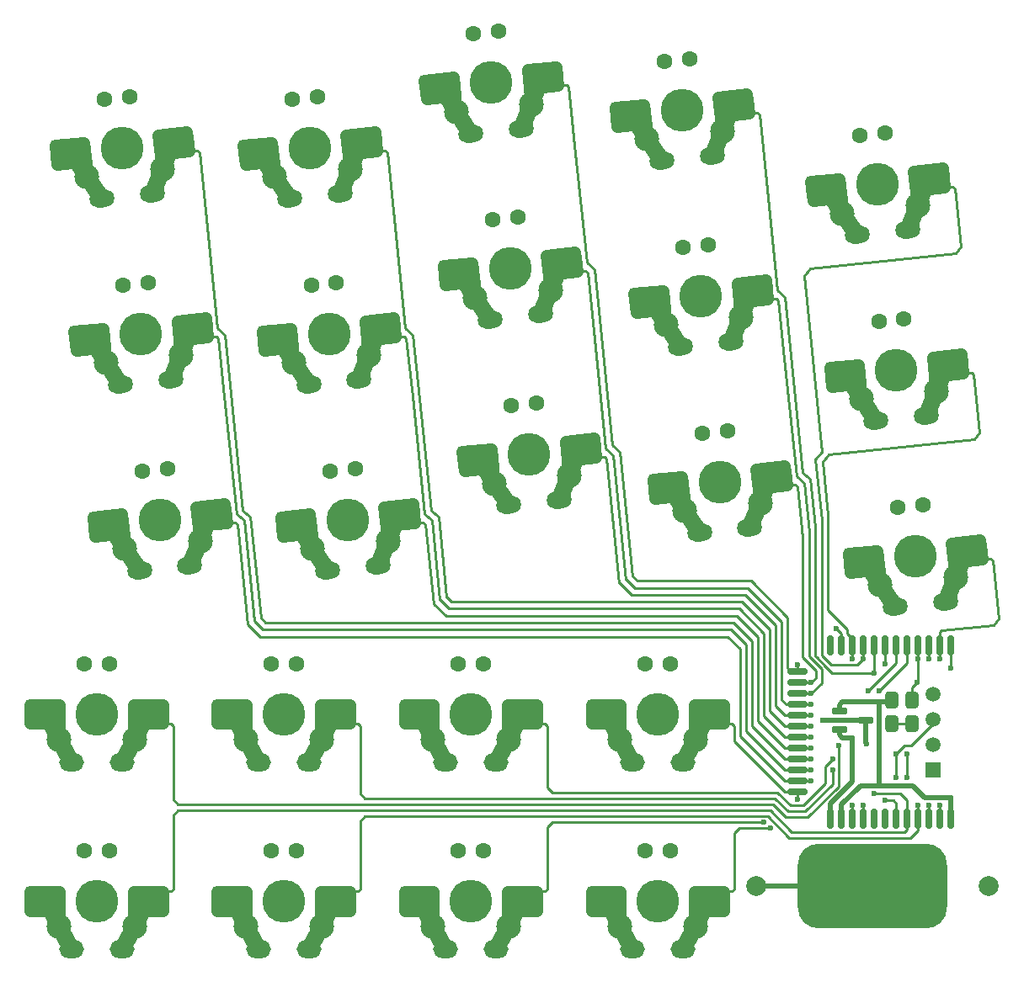
<source format=gbl>
%FSAX24Y24*%
%MOIN*%
G70*
G01*
G75*
G04 Layer_Physical_Order=2*
G04 Layer_Color=16711680*
G04:AMPARAMS|DCode=10|XSize=590.6mil|YSize=334.6mil|CornerRadius=83.7mil|HoleSize=0mil|Usage=FLASHONLY|Rotation=0.000|XOffset=0mil|YOffset=0mil|HoleType=Round|Shape=RoundedRectangle|*
%AMROUNDEDRECTD10*
21,1,0.5906,0.1673,0,0,0.0*
21,1,0.4232,0.3346,0,0,0.0*
1,1,0.1673,0.2116,-0.0837*
1,1,0.1673,-0.2116,-0.0837*
1,1,0.1673,-0.2116,0.0837*
1,1,0.1673,0.2116,0.0837*
%
%ADD10ROUNDEDRECTD10*%
G04:AMPARAMS|DCode=11|XSize=53.2mil|YSize=66.9mil|CornerRadius=13.3mil|HoleSize=0mil|Usage=FLASHONLY|Rotation=180.000|XOffset=0mil|YOffset=0mil|HoleType=Round|Shape=RoundedRectangle|*
%AMROUNDEDRECTD11*
21,1,0.0532,0.0404,0,0,180.0*
21,1,0.0266,0.0669,0,0,180.0*
1,1,0.0266,-0.0133,0.0202*
1,1,0.0266,0.0133,0.0202*
1,1,0.0266,0.0133,-0.0202*
1,1,0.0266,-0.0133,-0.0202*
%
%ADD11ROUNDEDRECTD11*%
G04:AMPARAMS|DCode=12|XSize=25.6mil|YSize=61mil|CornerRadius=6.4mil|HoleSize=0mil|Usage=FLASHONLY|Rotation=270.000|XOffset=0mil|YOffset=0mil|HoleType=Round|Shape=RoundedRectangle|*
%AMROUNDEDRECTD12*
21,1,0.0256,0.0482,0,0,270.0*
21,1,0.0128,0.0610,0,0,270.0*
1,1,0.0128,-0.0241,-0.0064*
1,1,0.0128,-0.0241,0.0064*
1,1,0.0128,0.0241,0.0064*
1,1,0.0128,0.0241,-0.0064*
%
%ADD12ROUNDEDRECTD12*%
G04:AMPARAMS|DCode=13|XSize=27.6mil|YSize=78.7mil|CornerRadius=6.9mil|HoleSize=0mil|Usage=FLASHONLY|Rotation=180.000|XOffset=0mil|YOffset=0mil|HoleType=Round|Shape=RoundedRectangle|*
%AMROUNDEDRECTD13*
21,1,0.0276,0.0650,0,0,180.0*
21,1,0.0138,0.0787,0,0,180.0*
1,1,0.0138,-0.0069,0.0325*
1,1,0.0138,0.0069,0.0325*
1,1,0.0138,0.0069,-0.0325*
1,1,0.0138,-0.0069,-0.0325*
%
%ADD13ROUNDEDRECTD13*%
G04:AMPARAMS|DCode=14|XSize=27.6mil|YSize=78.7mil|CornerRadius=6.9mil|HoleSize=0mil|Usage=FLASHONLY|Rotation=270.000|XOffset=0mil|YOffset=0mil|HoleType=Round|Shape=RoundedRectangle|*
%AMROUNDEDRECTD14*
21,1,0.0276,0.0650,0,0,270.0*
21,1,0.0138,0.0787,0,0,270.0*
1,1,0.0138,-0.0325,-0.0069*
1,1,0.0138,-0.0325,0.0069*
1,1,0.0138,0.0325,0.0069*
1,1,0.0138,0.0325,-0.0069*
%
%ADD14ROUNDEDRECTD14*%
%ADD15C,0.0100*%
%ADD16C,0.0197*%
%ADD17C,0.0098*%
%ADD18C,0.0669*%
%ADD19C,0.0433*%
%ADD20C,0.0787*%
%ADD21R,0.0591X0.0591*%
%ADD22C,0.0591*%
%ADD23C,0.0630*%
%ADD24C,0.0394*%
%ADD25C,0.1693*%
%ADD26C,0.0984*%
G04:AMPARAMS|DCode=27|XSize=98.4mil|YSize=70.9mil|CornerRadius=0mil|HoleSize=0mil|Usage=FLASHONLY|Rotation=5.800|XOffset=0mil|YOffset=0mil|HoleType=Round|Shape=Round|*
%AMOVALD27*
21,1,0.0276,0.0709,0.0000,0.0000,5.8*
1,1,0.0709,-0.0137,-0.0014*
1,1,0.0709,0.0137,0.0014*
%
%ADD27OVALD27*%

%ADD28O,0.0984X0.0709*%
%ADD29C,0.0236*%
D10*
X073425Y043307D02*
D03*
D11*
X075000Y050669D02*
D03*
Y049724D02*
D03*
X074213D02*
D03*
Y050669D02*
D03*
D12*
X072116Y049508D02*
D03*
Y050256D02*
D03*
X073159Y049882D02*
D03*
D13*
X076535Y045984D02*
D03*
X071772D02*
D03*
X075236D02*
D03*
X074803D02*
D03*
X074370D02*
D03*
X073937D02*
D03*
X073504D02*
D03*
X073071D02*
D03*
X072205D02*
D03*
X076102D02*
D03*
X072638D02*
D03*
X075669D02*
D03*
X076102Y052835D02*
D03*
X071772D02*
D03*
X072205D02*
D03*
X072638D02*
D03*
X073071D02*
D03*
X073937D02*
D03*
X074370D02*
D03*
X074803D02*
D03*
X075236D02*
D03*
X075669D02*
D03*
X073504D02*
D03*
X076535D02*
D03*
D14*
X070472Y049193D02*
D03*
Y049626D02*
D03*
Y048327D02*
D03*
Y047028D02*
D03*
Y047461D02*
D03*
Y047894D02*
D03*
Y048760D02*
D03*
Y051358D02*
D03*
Y051791D02*
D03*
Y050492D02*
D03*
Y050925D02*
D03*
Y050059D02*
D03*
D15*
X067953Y043189D02*
Y045394D01*
X067874Y043110D02*
X067953Y043189D01*
X067559Y043110D02*
X067874D01*
X053346Y046063D02*
X069285D01*
X045945Y046299D02*
X069383D01*
X045945Y046535D02*
X069481D01*
X053346Y046772D02*
X069579D01*
X060748Y047008D02*
X069677D01*
X076102Y045984D02*
X076102Y045984D01*
X075669Y045984D02*
X075669Y045984D01*
Y046516D01*
X076102Y045984D02*
Y046516D01*
X073504Y051752D02*
Y052835D01*
X071831Y051752D02*
X073504D01*
X071575Y052008D02*
X071831Y051752D01*
X070689Y046496D02*
X071555Y047362D01*
X069993Y046024D02*
X070866D01*
X072087Y047244D01*
X071850Y047343D02*
Y047913D01*
X070768Y046260D02*
X071850Y047343D01*
X070091Y046260D02*
X070768D01*
X070188Y046496D02*
X070689D01*
X075236Y045984D02*
Y046516D01*
X073071Y045984D02*
Y046516D01*
X072638Y045984D02*
Y046516D01*
X076102Y052303D02*
Y052835D01*
X075669Y052303D02*
Y052835D01*
X075236Y052303D02*
Y052835D01*
X072638Y052303D02*
Y052835D01*
X071791Y052067D02*
X072835D01*
X073071Y052303D01*
X070472Y051358D02*
X071004D01*
X070472Y050925D02*
X071004D01*
X070472Y050492D02*
X071004D01*
X070472Y050059D02*
X071004D01*
X070472Y049626D02*
X071004D01*
X070472Y049193D02*
X071004D01*
X070472Y048760D02*
X071004D01*
X070472Y048327D02*
X071004D01*
X070472Y047894D02*
X071004D01*
X070472Y050492D02*
X071004D01*
X070472Y050059D02*
X071004D01*
X070472Y049626D02*
X071004D01*
X070472Y049193D02*
X071004D01*
X070472Y048760D02*
X071004D01*
X070472Y048327D02*
X071004D01*
X070472Y047894D02*
X071004D01*
X070472Y047461D02*
X071004D01*
X071417Y051339D02*
Y051890D01*
X071004Y050925D02*
X071417Y051339D01*
X070472Y050925D02*
X071004D01*
X070915Y052392D02*
X071417Y051890D01*
X071181Y051535D02*
Y051850D01*
X071004Y051358D02*
X071181Y051535D01*
X070472Y051358D02*
X071004D01*
X070661Y052370D02*
X071181Y051850D01*
X070472Y051791D02*
Y052067D01*
Y046752D02*
Y047028D01*
X070472Y047028D01*
X073071Y052323D02*
Y052835D01*
X071417Y052441D02*
X071791Y052067D01*
X071417Y052441D02*
Y057816D01*
X071170Y052413D02*
X071220Y052362D01*
X071170Y052413D02*
Y057556D01*
X070915Y052392D02*
Y057332D01*
X070661Y052370D02*
Y057109D01*
X071177Y060208D02*
X071420Y057819D01*
X070717Y059287D02*
X070915Y057332D01*
X071220Y052362D02*
X071575Y052008D01*
X076102Y052835D02*
Y053376D01*
X076159Y053433D01*
X067953Y049055D02*
X069980Y047028D01*
X067953Y049055D02*
Y049646D01*
X070217Y051791D02*
X070413D01*
X070079Y051929D02*
X070217Y051791D01*
X070079Y051929D02*
Y053937D01*
X068620Y055395D02*
X070079Y053937D01*
X067707Y053189D02*
X068189Y052707D01*
Y049252D02*
Y052707D01*
X067821Y053465D02*
X068425Y052860D01*
X067936Y053742D02*
X068661Y053016D01*
X068049Y054016D02*
X068898Y053167D01*
Y049843D02*
Y053167D01*
X069134Y050039D02*
Y053323D01*
Y050039D02*
X069980Y049193D01*
X068164Y054293D02*
X069134Y053323D01*
X069372Y050235D02*
Y053475D01*
Y050235D02*
X069980Y049626D01*
X068278Y054569D02*
X069372Y053475D01*
X069606Y050433D02*
Y053628D01*
Y050433D02*
X069980Y050059D01*
X068391Y054843D02*
X069606Y053628D01*
X069843Y050669D02*
Y053783D01*
Y050669D02*
X070020Y050492D01*
X068506Y055120D02*
X069843Y053783D01*
X068898Y049843D02*
X069980Y048760D01*
X068661Y049646D02*
Y053016D01*
Y049646D02*
X069980Y048327D01*
X068425Y049449D02*
Y052860D01*
Y049449D02*
X069980Y047894D01*
X068189Y049252D02*
X069980Y047461D01*
X070472D01*
X069980Y047894D02*
X070472D01*
X069980Y048327D02*
X070472D01*
X069980Y048760D02*
X070472D01*
X069980Y049193D02*
X070472D01*
X069980Y049626D02*
X070472D01*
X069980Y050059D02*
X070472D01*
X070020Y050492D02*
X070472D01*
X069980Y047028D02*
X070472D01*
X069579Y046772D02*
X070091Y046260D01*
X069677Y047008D02*
X070188Y046496D01*
X074803Y045551D02*
Y045984D01*
X074705Y045453D02*
X074803Y045551D01*
X074941Y045217D02*
X075236Y045512D01*
X070132Y045217D02*
X074941D01*
X049193Y053189D02*
X067707D01*
X067559Y049724D02*
X067874D01*
X067953Y049646D01*
X075236Y045512D02*
Y045984D01*
X070230Y045453D02*
X074705D01*
X069481Y046535D02*
X069993Y046024D01*
X069383Y046299D02*
X070230Y045453D01*
X069285Y046063D02*
X070132Y045217D01*
X053150Y043189D02*
Y045866D01*
X053071Y043110D02*
X053150Y043189D01*
X053071Y049724D02*
X053150Y049646D01*
Y046968D02*
Y049646D01*
X053150Y045866D02*
X053346Y046063D01*
X060551Y047205D02*
X060748Y047008D01*
X053150Y046968D02*
X053346Y046772D01*
X045748Y046732D02*
Y047323D01*
Y046732D02*
X045945Y046535D01*
X045748Y046102D02*
X045945Y046299D01*
X045748Y043189D02*
Y046102D01*
X070715Y067482D02*
X071424Y060510D01*
X070962Y067784D02*
X076719Y068369D01*
X070715Y067482D02*
X070962Y067784D01*
X071177Y060208D02*
X071424Y060510D01*
X071463Y060118D02*
X071710Y060420D01*
X071463Y060118D02*
X071678Y058003D01*
X078215Y053642D02*
X078427Y053901D01*
X076159Y053433D02*
X078215Y053642D01*
X077467Y061005D02*
X077679Y061264D01*
X071710Y060420D02*
X077467Y061005D01*
X076719Y068369D02*
X076931Y068628D01*
X077792Y056250D02*
X078106Y056282D01*
X078192Y056211D01*
X078427Y053901D01*
X063681Y055453D02*
X064016Y055118D01*
X063425Y055315D02*
X063911Y054836D01*
X056319Y054626D02*
X056654Y054291D01*
X056063Y054488D02*
X056549Y054010D01*
X048701Y053661D02*
X049187Y053183D01*
X048550Y057791D02*
X048955Y053799D01*
X048957Y053799D02*
X049291Y053465D01*
X063911Y054843D02*
X068391D01*
X063944Y055578D02*
X064126Y055395D01*
X068620D01*
X064016Y055120D02*
X068506D01*
X056549Y054016D02*
X068049D01*
X056582Y054751D02*
X056764Y054569D01*
X068278D01*
X056654Y054293D02*
X068164D01*
X049291Y053465D02*
X067821D01*
X049402Y053742D02*
X067936D01*
X049220Y053924D02*
X049402Y053742D01*
X048287Y057650D02*
X048692Y053661D01*
X077444Y063575D02*
X077679Y061264D01*
X077358Y063646D02*
X077444Y063575D01*
X077044Y063614D02*
X077358Y063646D01*
X076696Y070939D02*
X076931Y068628D01*
X076610Y071009D02*
X076696Y070939D01*
X076296Y070977D02*
X076610Y071009D01*
X068559Y073911D02*
X068872Y073943D01*
X068958Y073873D01*
X069193Y071562D01*
X069941Y064198D02*
X070415Y059533D01*
X069307Y066548D02*
X069620Y066579D01*
X070054Y059184D02*
X070368Y059216D01*
X070454Y059145D01*
X070661Y057109D01*
X069620Y066579D02*
X069706Y066509D01*
X069941Y064198D01*
X069193Y071562D02*
X069667Y066897D01*
X069969Y066650D02*
X070677Y059675D01*
X069667Y066897D02*
X069969Y066650D01*
X070415Y059533D02*
X070717Y059287D01*
X070979Y059428D02*
X071170Y057556D01*
X070677Y059675D02*
X070979Y059428D01*
X061008Y075004D02*
X061321Y075036D01*
X061408Y074966D01*
X061642Y072655D01*
X062390Y065291D02*
X062864Y060626D01*
X061756Y067641D02*
X062069Y067672D01*
X062504Y060277D02*
X062817Y060309D01*
X062903Y060238D01*
X063404Y055313D01*
X062069Y067672D02*
X062155Y067602D01*
X062390Y065291D01*
X061642Y072655D02*
X062116Y067990D01*
X062418Y067743D02*
X063127Y060767D01*
X062116Y067990D02*
X062418Y067743D01*
X062864Y060626D02*
X063166Y060380D01*
X063166D02*
X063667Y055451D01*
X063429Y060521D02*
X063931Y055576D01*
X063127Y060767D02*
X063429Y060521D01*
X053831Y072415D02*
X054145Y072447D01*
X054231Y072377D01*
X054466Y070066D01*
X055214Y062702D02*
X055687Y058037D01*
X054579Y065052D02*
X054893Y065083D01*
X055327Y057688D02*
X055640Y057720D01*
X055727Y057649D01*
X056048Y054487D01*
X054893Y065083D02*
X054979Y065013D01*
X055214Y062702D01*
X054466Y070066D02*
X054939Y065401D01*
X055241Y065154D02*
X055950Y058179D01*
X054939Y065401D02*
X055241Y065154D01*
X055687Y058037D02*
X055989Y057791D01*
X055989D02*
X056311Y054625D01*
X056252Y057932D02*
X056575Y054750D01*
X055950Y058179D02*
X056252Y057932D01*
X048510Y058179D02*
X048812Y057932D01*
X048812D02*
X049220Y053924D01*
X048248Y058037D02*
X048550Y057791D01*
X047500Y065401D02*
X047802Y065155D01*
X047802D02*
X048510Y058179D01*
X047026Y070066D02*
X047500Y065401D01*
X052756Y043110D02*
X053071D01*
X060551Y043189D02*
Y045630D01*
X060472Y043110D02*
X060551Y043189D01*
X060157Y043110D02*
X060472D01*
X060551Y047205D02*
Y049646D01*
X060472Y049724D02*
X060551Y049646D01*
X060157Y049724D02*
X060472D01*
X052756D02*
X053071D01*
X045354D02*
X045669D01*
X045748Y049646D01*
Y047323D02*
Y049646D01*
X045354Y043110D02*
X045669D01*
X045748Y043189D01*
X047539Y065013D02*
X047774Y062702D01*
X047453Y065084D02*
X047539Y065013D01*
X048201Y057720D02*
X048287Y057650D01*
X047887Y057688D02*
X048201Y057720D01*
X047139Y065052D02*
X047453Y065084D01*
X047774Y062702D02*
X048248Y058037D01*
X046791Y072377D02*
X047026Y070066D01*
X046705Y072447D02*
X046791Y072377D01*
X046392Y072415D02*
X046705Y072447D01*
X073937Y052097D02*
Y052835D01*
X074803Y045984D02*
Y046700D01*
X074370Y045984D02*
Y046582D01*
X074252Y046700D02*
X074370Y046582D01*
X073937Y046700D02*
X074252D01*
X067953Y045394D02*
X068150Y045591D01*
X069390D01*
X060551Y045630D02*
X060748Y045827D01*
X069134D01*
X072087Y047244D02*
Y048858D01*
X071555Y047362D02*
Y048032D01*
X071850Y048327D01*
X073504Y046988D02*
X074515D01*
X074803Y046700D01*
X072441Y053307D02*
X072638Y053110D01*
Y052835D02*
Y053110D01*
X072441Y053307D02*
Y053465D01*
X071678Y054227D02*
Y058003D01*
Y054227D02*
X072441Y053465D01*
X072008Y053504D02*
X072205Y053307D01*
Y052835D02*
Y053307D01*
D16*
X068819Y043307D02*
X073425D01*
X072116Y050256D02*
Y050463D01*
X072244Y050591D01*
X072638D01*
X072116Y049301D02*
Y049508D01*
Y049301D02*
X072244Y049173D01*
X072638D01*
X071457Y049882D02*
X073140D01*
X071772Y045984D02*
Y046575D01*
X072638Y047441D01*
Y049173D01*
X072205Y045984D02*
Y046535D01*
X073159Y048967D02*
Y049882D01*
Y048967D02*
X073189Y048937D01*
X072205Y046535D02*
X072953Y047283D01*
X073701D01*
X072638Y050591D02*
X073701D01*
Y047283D02*
Y050591D01*
X074134D01*
X074213Y050669D01*
X073701Y047283D02*
X075039D01*
X075512Y046811D01*
X076535D01*
Y045984D02*
Y046811D01*
D17*
X074213Y049724D02*
X075000D01*
Y050669D02*
Y051181D01*
X075197Y051378D01*
X075236Y051417D01*
Y052303D01*
X074370Y052126D02*
Y052835D01*
X073268Y051024D02*
X074370Y052126D01*
X074803D02*
Y052835D01*
X073701Y051024D02*
X074803Y052126D01*
Y047598D02*
Y048543D01*
X074369Y047600D02*
Y048543D01*
X074370Y048543D02*
X074685Y048858D01*
X074961D01*
X076535Y051929D02*
X076535Y051929D01*
Y052835D01*
X074961Y048858D02*
X075827Y049724D01*
Y049909D01*
D18*
X045321Y071697D02*
X045717Y072743D01*
X041738Y072338D02*
X042336Y071394D01*
X044916Y070731D02*
X045321Y071697D01*
X042336Y071394D02*
X042927Y070529D01*
X052760Y071697D02*
X053157Y072743D01*
X049177Y072338D02*
X049776Y071394D01*
X052356Y070731D02*
X052760Y071697D01*
X049776Y071394D02*
X050366Y070529D01*
X059937Y074286D02*
X060334Y075331D01*
X056354Y074927D02*
X056953Y073983D01*
X059533Y073320D02*
X059937Y074286D01*
X056953Y073983D02*
X057543Y073118D01*
X067488Y073193D02*
X067884Y074238D01*
X063905Y073834D02*
X064503Y072890D01*
X067083Y072227D02*
X067488Y073193D01*
X064503Y072890D02*
X065094Y072025D01*
X075226Y070259D02*
X075622Y071305D01*
X071642Y070900D02*
X072241Y069956D01*
X074821Y069293D02*
X075226Y070259D01*
X072241Y069956D02*
X072831Y069091D01*
X046069Y064334D02*
X046465Y065379D01*
X042486Y064975D02*
X043084Y064030D01*
X045664Y063368D02*
X046069Y064334D01*
X043084Y064030D02*
X043675Y063166D01*
X053508Y064333D02*
X053905Y065379D01*
X049925Y064975D02*
X050524Y064030D01*
X053104Y063368D02*
X053508Y064333D01*
X050524Y064030D02*
X051114Y063165D01*
X060685Y066922D02*
X061082Y067968D01*
X057102Y067564D02*
X057701Y066619D01*
X060281Y065957D02*
X060685Y066922D01*
X057701Y066619D02*
X058291Y065754D01*
X068236Y065829D02*
X068632Y066875D01*
X064653Y066471D02*
X065251Y065526D01*
X067831Y064864D02*
X068236Y065829D01*
X065251Y065526D02*
X065842Y064661D01*
X075973Y062896D02*
X076370Y063941D01*
X072390Y063537D02*
X072989Y062592D01*
X075569Y061930D02*
X075973Y062896D01*
X072989Y062592D02*
X073579Y061728D01*
X046817Y056970D02*
X047213Y058015D01*
X043234Y057611D02*
X043832Y056667D01*
X046412Y056004D02*
X046817Y056970D01*
X043832Y056667D02*
X044423Y055802D01*
X054256Y056970D02*
X054653Y058015D01*
X050673Y057611D02*
X051272Y056667D01*
X053852Y056004D02*
X054256Y056970D01*
X051272Y056667D02*
X051862Y055802D01*
X061433Y059559D02*
X061830Y060604D01*
X057850Y060200D02*
X058448Y059255D01*
X061029Y058593D02*
X061433Y059559D01*
X058448Y059255D02*
X059039Y058391D01*
X068984Y058466D02*
X069380Y059511D01*
X065401Y059107D02*
X065999Y058163D01*
X068579Y057500D02*
X068984Y058466D01*
X065999Y058163D02*
X066590Y057298D01*
X076721Y055532D02*
X077118Y056577D01*
X073138Y056173D02*
X073737Y055229D01*
X076317Y054566D02*
X076721Y055532D01*
X073737Y055229D02*
X074327Y054364D01*
X044217Y049118D02*
X044717Y050118D01*
X040717D02*
X041217Y049118D01*
X043717Y048198D02*
X044217Y049118D01*
X041217D02*
X041717Y048198D01*
X051618Y049118D02*
X052118Y050118D01*
X048118D02*
X048618Y049118D01*
X051118Y048198D02*
X051618Y049118D01*
X048618D02*
X049118Y048198D01*
X059020Y049118D02*
X059520Y050118D01*
X055520D02*
X056020Y049118D01*
X058520Y048198D02*
X059020Y049118D01*
X056020D02*
X056520Y048198D01*
X066421Y049118D02*
X066921Y050118D01*
X062921D02*
X063421Y049118D01*
X065921Y048198D02*
X066421Y049118D01*
X063421D02*
X063921Y048198D01*
X044217Y041717D02*
X044717Y042717D01*
X040717D02*
X041217Y041717D01*
X043717Y040797D02*
X044217Y041717D01*
X041217D02*
X041717Y040797D01*
X051618Y041717D02*
X052118Y042717D01*
X048118D02*
X048618Y041717D01*
X051118Y040797D02*
X051618Y041717D01*
X048618D02*
X049118Y040797D01*
X059020Y041717D02*
X059520Y042717D01*
X055520D02*
X056020Y041717D01*
X058520Y040797D02*
X059020Y041717D01*
X056020D02*
X056520Y040797D01*
X066421Y041717D02*
X066921Y042717D01*
X062921D02*
X063421Y041717D01*
X065921Y040797D02*
X066421Y041717D01*
X063421D02*
X063921Y040797D01*
D19*
X045137Y073079D02*
X046312Y073199D01*
X045137Y073079D02*
X045252Y071944D01*
X045451Y072320D02*
X046392Y072415D01*
X045717Y072743D02*
X046352Y072807D01*
X046312Y073199D02*
X046392Y072415D01*
X041063Y072666D02*
X041143Y071882D01*
X041103Y072274D02*
X041738Y072338D01*
X041143Y071882D02*
X042083Y071978D01*
X042238Y072785D02*
X042354Y071649D01*
X041063Y072666D02*
X042238Y072785D01*
X052577Y073079D02*
X053752Y073199D01*
X052577Y073079D02*
X052692Y071943D01*
X052891Y072320D02*
X053831Y072415D01*
X053157Y072743D02*
X053791Y072807D01*
X053752Y073199D02*
X053831Y072415D01*
X048503Y072666D02*
X048583Y071882D01*
X048543Y072274D02*
X049177Y072338D01*
X048583Y071882D02*
X049523Y071978D01*
X049678Y072785D02*
X049793Y071649D01*
X048503Y072666D02*
X049678Y072785D01*
X059753Y075668D02*
X060928Y075788D01*
X059753Y075668D02*
X059869Y074532D01*
X060068Y074909D02*
X061008Y075004D01*
X060334Y075331D02*
X060968Y075396D01*
X060928Y075788D02*
X061008Y075004D01*
X055680Y075254D02*
X055759Y074471D01*
X055719Y074863D02*
X056354Y074927D01*
X055759Y074471D02*
X056699Y074567D01*
X056855Y075374D02*
X056970Y074238D01*
X055680Y075254D02*
X056855Y075374D01*
X067304Y074575D02*
X068479Y074695D01*
X067304Y074575D02*
X067419Y073439D01*
X067618Y073816D02*
X068559Y073911D01*
X067884Y074238D02*
X068519Y074303D01*
X068479Y074695D02*
X068559Y073911D01*
X063230Y074161D02*
X063310Y073378D01*
X063270Y073770D02*
X063905Y073834D01*
X063310Y073378D02*
X064250Y073474D01*
X064405Y074281D02*
X064521Y073145D01*
X063230Y074161D02*
X064405Y074281D01*
X075042Y071641D02*
X076217Y071761D01*
X075042Y071641D02*
X075157Y070505D01*
X075356Y070882D02*
X076296Y070977D01*
X075622Y071305D02*
X076256Y071369D01*
X076217Y071761D02*
X076296Y070977D01*
X070968Y071228D02*
X071048Y070444D01*
X071008Y070836D02*
X071642Y070900D01*
X071048Y070444D02*
X071988Y070540D01*
X072143Y071347D02*
X072258Y070211D01*
X070968Y071228D02*
X072143Y071347D01*
X045885Y065716D02*
X047060Y065835D01*
X045885Y065716D02*
X046000Y064580D01*
X046199Y064956D02*
X047139Y065052D01*
X046465Y065379D02*
X047100Y065443D01*
X047060Y065835D02*
X047139Y065052D01*
X041811Y065302D02*
X041891Y064519D01*
X041851Y064910D02*
X042486Y064975D01*
X041891Y064519D02*
X042831Y064614D01*
X042986Y065421D02*
X043102Y064285D01*
X041811Y065302D02*
X042986Y065421D01*
X053325Y065716D02*
X054500Y065835D01*
X053325Y065716D02*
X053440Y064580D01*
X053639Y064956D02*
X054579Y065052D01*
X053905Y065379D02*
X054539Y065443D01*
X054500Y065835D02*
X054579Y065052D01*
X049251Y065302D02*
X049331Y064518D01*
X049291Y064910D02*
X049925Y064975D01*
X049331Y064518D02*
X050271Y064614D01*
X050426Y065421D02*
X050541Y064285D01*
X049251Y065302D02*
X050426Y065421D01*
X060501Y068305D02*
X061676Y068424D01*
X060501Y068305D02*
X060617Y067169D01*
X060816Y067545D02*
X061756Y067641D01*
X061082Y067968D02*
X061716Y068032D01*
X061676Y068424D02*
X061756Y067641D01*
X056428Y067891D02*
X056507Y067107D01*
X056467Y067499D02*
X057102Y067564D01*
X056507Y067107D02*
X057447Y067203D01*
X057603Y068010D02*
X057718Y066874D01*
X056428Y067891D02*
X057603Y068010D01*
X068052Y067212D02*
X069227Y067331D01*
X068052Y067212D02*
X068167Y066076D01*
X068366Y066452D02*
X069307Y066548D01*
X068632Y066875D02*
X069267Y066939D01*
X069227Y067331D02*
X069307Y066548D01*
X063978Y066798D02*
X064058Y066014D01*
X064018Y066406D02*
X064653Y066471D01*
X064058Y066014D02*
X064998Y066110D01*
X065153Y066917D02*
X065269Y065781D01*
X063978Y066798D02*
X065153Y066917D01*
X075790Y064278D02*
X076965Y064397D01*
X075790Y064278D02*
X075905Y063142D01*
X076104Y063518D02*
X077044Y063614D01*
X076370Y063941D02*
X077004Y064005D01*
X076965Y064397D02*
X077044Y063614D01*
X071716Y063864D02*
X071796Y063081D01*
X071756Y063472D02*
X072390Y063537D01*
X071796Y063081D02*
X072736Y063176D01*
X072891Y063983D02*
X073006Y062847D01*
X071716Y063864D02*
X072891Y063983D01*
X046633Y058352D02*
X047808Y058471D01*
X046633Y058352D02*
X046748Y057216D01*
X046947Y057593D02*
X047887Y057688D01*
X047213Y058015D02*
X047848Y058080D01*
X047808Y058471D02*
X047887Y057688D01*
X042559Y057938D02*
X042639Y057155D01*
X042599Y057547D02*
X043234Y057611D01*
X042639Y057155D02*
X043579Y057250D01*
X043734Y058058D02*
X043850Y056922D01*
X042559Y057938D02*
X043734Y058058D01*
X054072Y058352D02*
X055248Y058471D01*
X054072Y058352D02*
X054188Y057216D01*
X054387Y057592D02*
X055327Y057688D01*
X054653Y058015D02*
X055287Y058080D01*
X055248Y058471D02*
X055327Y057688D01*
X049999Y057938D02*
X050079Y057155D01*
X050039Y057546D02*
X050673Y057611D01*
X050079Y057155D02*
X051019Y057250D01*
X051174Y058058D02*
X051289Y056922D01*
X049999Y057938D02*
X051174Y058058D01*
X061249Y060941D02*
X062424Y061060D01*
X061249Y060941D02*
X061365Y059805D01*
X061564Y060181D02*
X062504Y060277D01*
X061830Y060604D02*
X062464Y060669D01*
X062424Y061060D02*
X062504Y060277D01*
X057176Y060527D02*
X057255Y059744D01*
X057215Y060135D02*
X057850Y060200D01*
X057255Y059744D02*
X058195Y059839D01*
X058351Y060646D02*
X058466Y059511D01*
X057176Y060527D02*
X058351Y060646D01*
X068800Y059848D02*
X069975Y059967D01*
X068800Y059848D02*
X068915Y058712D01*
X069114Y059088D02*
X070054Y059184D01*
X069380Y059511D02*
X070015Y059576D01*
X069975Y059967D02*
X070054Y059184D01*
X064726Y059434D02*
X064806Y058651D01*
X064766Y059042D02*
X065401Y059107D01*
X064806Y058651D02*
X065746Y058746D01*
X065901Y059553D02*
X066017Y058418D01*
X064726Y059434D02*
X065901Y059553D01*
X076538Y056914D02*
X077713Y057033D01*
X076538Y056914D02*
X076653Y055778D01*
X076852Y056155D02*
X077792Y056250D01*
X077118Y056577D02*
X077752Y056642D01*
X077713Y057033D02*
X077792Y056250D01*
X072464Y056500D02*
X072544Y055717D01*
X072504Y056109D02*
X073138Y056173D01*
X072544Y055717D02*
X073484Y055812D01*
X073639Y056620D02*
X073754Y055484D01*
X072464Y056500D02*
X073639Y056620D01*
X044173Y050512D02*
X045354D01*
X044173Y049370D02*
Y050512D01*
X044409Y049724D02*
X045354D01*
X044717Y050118D02*
X045354D01*
Y049724D02*
Y050512D01*
X040079Y049724D02*
Y050512D01*
Y050118D02*
X040717D01*
X040079Y049724D02*
X041024D01*
X041260Y049370D02*
Y050512D01*
X040079D02*
X041260D01*
X051575D02*
X052756D01*
X051575Y049370D02*
Y050512D01*
X051811Y049724D02*
X052756D01*
X052118Y050118D02*
X052756D01*
Y049724D02*
Y050512D01*
X047480Y049724D02*
Y050512D01*
Y050118D02*
X048118D01*
X047480Y049724D02*
X048425D01*
X048661Y049370D02*
Y050512D01*
X047480D02*
X048661D01*
X058976D02*
X060157D01*
X058976Y049370D02*
Y050512D01*
X059213Y049724D02*
X060157D01*
X059520Y050118D02*
X060157D01*
Y049724D02*
Y050512D01*
X054882Y049724D02*
Y050512D01*
Y050118D02*
X055520D01*
X054882Y049724D02*
X055827D01*
X056063Y049370D02*
Y050512D01*
X054882D02*
X056063D01*
X066378D02*
X067559D01*
X066378Y049370D02*
Y050512D01*
X066614Y049724D02*
X067559D01*
X066921Y050118D02*
X067559D01*
Y049724D02*
Y050512D01*
X062283Y049724D02*
Y050512D01*
Y050118D02*
X062921D01*
X062283Y049724D02*
X063228D01*
X063465Y049370D02*
Y050512D01*
X062283D02*
X063465D01*
X044173Y043110D02*
X045354D01*
X044173Y041968D02*
Y043110D01*
X044409Y042323D02*
X045354D01*
X044717Y042717D02*
X045354D01*
Y042323D02*
Y043110D01*
X040079Y042323D02*
Y043110D01*
Y042717D02*
X040717D01*
X040079Y042323D02*
X041024D01*
X041260Y041968D02*
Y043110D01*
X040079D02*
X041260D01*
X051575D02*
X052756D01*
X051575Y041968D02*
Y043110D01*
X051811Y042323D02*
X052756D01*
X052118Y042717D02*
X052756D01*
Y042323D02*
Y043110D01*
X047480Y042323D02*
Y043110D01*
Y042717D02*
X048118D01*
X047480Y042323D02*
X048425D01*
X048661Y041968D02*
Y043110D01*
X047480D02*
X048661D01*
X058976D02*
X060157D01*
X058976Y041968D02*
Y043110D01*
X059213Y042323D02*
X060157D01*
X059520Y042717D02*
X060157D01*
Y042323D02*
Y043110D01*
X054882Y042323D02*
Y043110D01*
Y042717D02*
X055520D01*
X054882Y042323D02*
X055827D01*
X056063Y041968D02*
Y043110D01*
X054882D02*
X056063D01*
X066378D02*
X067559D01*
X066378Y041968D02*
Y043110D01*
X066614Y042323D02*
X067559D01*
X066921Y042717D02*
X067559D01*
Y042323D02*
Y043110D01*
X062283Y042323D02*
Y043110D01*
Y042717D02*
X062921D01*
X062283Y042323D02*
X063228D01*
X063465Y041968D02*
Y043110D01*
X062283D02*
X063465D01*
D20*
X068819Y043307D02*
D03*
X078032D02*
D03*
X045717Y072743D02*
D03*
X041738Y072338D02*
D03*
X053157Y072743D02*
D03*
X049177Y072338D02*
D03*
X060334Y075331D02*
D03*
X056354Y074927D02*
D03*
X067884Y074238D02*
D03*
X063905Y073834D02*
D03*
X075622Y071305D02*
D03*
X071642Y070900D02*
D03*
X046465Y065379D02*
D03*
X042486Y064975D02*
D03*
X053905Y065379D02*
D03*
X049925Y064975D02*
D03*
X061082Y067968D02*
D03*
X057102Y067564D02*
D03*
X068632Y066875D02*
D03*
X064653Y066471D02*
D03*
X076370Y063941D02*
D03*
X072390Y063537D02*
D03*
X047213Y058015D02*
D03*
X043234Y057611D02*
D03*
X054653Y058015D02*
D03*
X050673Y057611D02*
D03*
X061830Y060604D02*
D03*
X057850Y060200D02*
D03*
X069380Y059511D02*
D03*
X065401Y059107D02*
D03*
X077118Y056577D02*
D03*
X073138Y056173D02*
D03*
X044717Y050118D02*
D03*
X040717D02*
D03*
X052118D02*
D03*
X048118D02*
D03*
X059520D02*
D03*
X055520D02*
D03*
X066921D02*
D03*
X062921D02*
D03*
X044717Y042717D02*
D03*
X040717D02*
D03*
X052118D02*
D03*
X048118D02*
D03*
X059520D02*
D03*
X055520D02*
D03*
X066921D02*
D03*
X062921D02*
D03*
D21*
X075827Y047909D02*
D03*
D22*
Y048909D02*
D03*
Y049909D02*
D03*
Y050909D02*
D03*
D23*
X043028Y074480D02*
D03*
X044023Y074581D02*
D03*
X050468Y074480D02*
D03*
X051462Y074581D02*
D03*
X057644Y077069D02*
D03*
X058639Y077170D02*
D03*
X065195Y075976D02*
D03*
X066190Y076077D02*
D03*
X072933Y073042D02*
D03*
X073927Y073143D02*
D03*
X043776Y067116D02*
D03*
X044771Y067217D02*
D03*
X051216Y067116D02*
D03*
X052210Y067217D02*
D03*
X058392Y069705D02*
D03*
X059387Y069806D02*
D03*
X065943Y068612D02*
D03*
X066938Y068713D02*
D03*
X073681Y065678D02*
D03*
X074675Y065779D02*
D03*
X044524Y059752D02*
D03*
X045519Y059853D02*
D03*
X051964Y059752D02*
D03*
X052958Y059853D02*
D03*
X059140Y062341D02*
D03*
X060135Y062442D02*
D03*
X066691Y061248D02*
D03*
X067686Y061349D02*
D03*
X074429Y058314D02*
D03*
X075423Y058415D02*
D03*
X042217Y052118D02*
D03*
X043217D02*
D03*
X049618D02*
D03*
X050618D02*
D03*
X057020D02*
D03*
X058020D02*
D03*
X064421D02*
D03*
X065421D02*
D03*
X042217Y044717D02*
D03*
X043217D02*
D03*
X049618D02*
D03*
X050618D02*
D03*
X057020D02*
D03*
X058020D02*
D03*
X064421D02*
D03*
X065421D02*
D03*
D24*
X046392Y072415D02*
D03*
X046312Y073199D02*
D03*
X046352Y072807D02*
D03*
X041103Y072274D02*
D03*
X041143Y071882D02*
D03*
X041063Y072666D02*
D03*
X053831Y072415D02*
D03*
X053752Y073199D02*
D03*
X053791Y072807D02*
D03*
X048543Y072274D02*
D03*
X048583Y071882D02*
D03*
X048503Y072666D02*
D03*
X061008Y075004D02*
D03*
X060928Y075788D02*
D03*
X060968Y075396D02*
D03*
X055719Y074863D02*
D03*
X055759Y074471D02*
D03*
X055680Y075254D02*
D03*
X068559Y073911D02*
D03*
X068479Y074695D02*
D03*
X068519Y074303D02*
D03*
X063270Y073770D02*
D03*
X063310Y073378D02*
D03*
X063230Y074161D02*
D03*
X076296Y070977D02*
D03*
X076217Y071761D02*
D03*
X076256Y071369D02*
D03*
X071008Y070836D02*
D03*
X071048Y070444D02*
D03*
X070968Y071228D02*
D03*
X047139Y065052D02*
D03*
X047060Y065835D02*
D03*
X047100Y065443D02*
D03*
X041851Y064910D02*
D03*
X041891Y064519D02*
D03*
X041811Y065302D02*
D03*
X054579Y065052D02*
D03*
X054500Y065835D02*
D03*
X054539Y065443D02*
D03*
X049291Y064910D02*
D03*
X049331Y064518D02*
D03*
X049251Y065302D02*
D03*
X061756Y067641D02*
D03*
X061676Y068424D02*
D03*
X061716Y068032D02*
D03*
X056467Y067499D02*
D03*
X056507Y067107D02*
D03*
X056428Y067891D02*
D03*
X069307Y066548D02*
D03*
X069227Y067331D02*
D03*
X069267Y066939D02*
D03*
X064018Y066406D02*
D03*
X064058Y066014D02*
D03*
X063978Y066798D02*
D03*
X077044Y063614D02*
D03*
X076965Y064397D02*
D03*
X077004Y064005D02*
D03*
X071756Y063472D02*
D03*
X071796Y063081D02*
D03*
X071716Y063864D02*
D03*
X047887Y057688D02*
D03*
X047808Y058471D02*
D03*
X047848Y058080D02*
D03*
X042599Y057547D02*
D03*
X042639Y057155D02*
D03*
X042559Y057938D02*
D03*
X055327Y057688D02*
D03*
X055248Y058471D02*
D03*
X055287Y058080D02*
D03*
X050039Y057546D02*
D03*
X050079Y057155D02*
D03*
X049999Y057938D02*
D03*
X062504Y060277D02*
D03*
X062424Y061060D02*
D03*
X062464Y060669D02*
D03*
X057215Y060135D02*
D03*
X057255Y059744D02*
D03*
X057176Y060527D02*
D03*
X070054Y059184D02*
D03*
X069975Y059967D02*
D03*
X070015Y059576D02*
D03*
X064766Y059042D02*
D03*
X064806Y058651D02*
D03*
X064726Y059434D02*
D03*
X077792Y056250D02*
D03*
X077713Y057033D02*
D03*
X077752Y056642D02*
D03*
X072504Y056109D02*
D03*
X072544Y055717D02*
D03*
X072464Y056500D02*
D03*
X045354Y049724D02*
D03*
Y050512D02*
D03*
Y050118D02*
D03*
X040079D02*
D03*
Y049724D02*
D03*
Y050512D02*
D03*
X052756Y049724D02*
D03*
Y050512D02*
D03*
Y050118D02*
D03*
X047480D02*
D03*
Y049724D02*
D03*
Y050512D02*
D03*
X060157Y049724D02*
D03*
Y050512D02*
D03*
Y050118D02*
D03*
X054882D02*
D03*
Y049724D02*
D03*
Y050512D02*
D03*
X067559Y049724D02*
D03*
Y050512D02*
D03*
Y050118D02*
D03*
X062283D02*
D03*
Y049724D02*
D03*
Y050512D02*
D03*
X045354Y042323D02*
D03*
Y043110D02*
D03*
Y042717D02*
D03*
X040079D02*
D03*
Y042323D02*
D03*
Y043110D02*
D03*
X052756Y042323D02*
D03*
Y043110D02*
D03*
Y042717D02*
D03*
X047480D02*
D03*
Y042323D02*
D03*
Y043110D02*
D03*
X060157Y042323D02*
D03*
Y043110D02*
D03*
Y042717D02*
D03*
X054882D02*
D03*
Y042323D02*
D03*
Y043110D02*
D03*
X067559Y042323D02*
D03*
Y043110D02*
D03*
Y042717D02*
D03*
X062283D02*
D03*
Y042323D02*
D03*
Y043110D02*
D03*
D25*
X043727Y072541D02*
D03*
X051167Y072540D02*
D03*
X058344Y075129D02*
D03*
X065894Y074036D02*
D03*
X073632Y071102D02*
D03*
X044475Y065177D02*
D03*
X051915Y065177D02*
D03*
X059092Y067766D02*
D03*
X066642Y066673D02*
D03*
X074380Y063739D02*
D03*
X045223Y057813D02*
D03*
X052663Y057813D02*
D03*
X059840Y060402D02*
D03*
X067390Y059309D02*
D03*
X075128Y056375D02*
D03*
X042717Y050118D02*
D03*
X050118D02*
D03*
X057520D02*
D03*
X064921D02*
D03*
X042717Y042717D02*
D03*
X050118D02*
D03*
X057520D02*
D03*
X064921D02*
D03*
D26*
X045321Y071697D02*
D03*
X042336Y071394D02*
D03*
X052760Y071697D02*
D03*
X049776Y071394D02*
D03*
X059937Y074286D02*
D03*
X056953Y073983D02*
D03*
X067488Y073193D02*
D03*
X064503Y072890D02*
D03*
X075226Y070259D02*
D03*
X072241Y069956D02*
D03*
X046069Y064334D02*
D03*
X043084Y064030D02*
D03*
X053508Y064333D02*
D03*
X050524Y064030D02*
D03*
X060685Y066922D02*
D03*
X057701Y066619D02*
D03*
X068236Y065829D02*
D03*
X065251Y065526D02*
D03*
X075973Y062896D02*
D03*
X072989Y062592D02*
D03*
X046817Y056970D02*
D03*
X043832Y056667D02*
D03*
X054256Y056970D02*
D03*
X051272Y056667D02*
D03*
X061433Y059559D02*
D03*
X058448Y059255D02*
D03*
X068984Y058466D02*
D03*
X065999Y058163D02*
D03*
X076721Y055532D02*
D03*
X073737Y055229D02*
D03*
X044217Y049118D02*
D03*
X041217D02*
D03*
X051618D02*
D03*
X048618D02*
D03*
X059020D02*
D03*
X056020D02*
D03*
X066421D02*
D03*
X063421D02*
D03*
X044217Y041717D02*
D03*
X041217D02*
D03*
X051618D02*
D03*
X048618D02*
D03*
X059020D02*
D03*
X056020D02*
D03*
X066421D02*
D03*
X063421D02*
D03*
D27*
X042927Y070529D02*
D03*
X044916Y070731D02*
D03*
X050366Y070529D02*
D03*
X052356Y070731D02*
D03*
X057543Y073118D02*
D03*
X059533Y073320D02*
D03*
X065094Y072025D02*
D03*
X067083Y072227D02*
D03*
X072831Y069091D02*
D03*
X074821Y069293D02*
D03*
X043675Y063166D02*
D03*
X045664Y063368D02*
D03*
X051114Y063165D02*
D03*
X053104Y063368D02*
D03*
X058291Y065754D02*
D03*
X060281Y065957D02*
D03*
X065842Y064661D02*
D03*
X067831Y064864D02*
D03*
X073579Y061728D02*
D03*
X075569Y061930D02*
D03*
X044423Y055802D02*
D03*
X046412Y056004D02*
D03*
X051862Y055802D02*
D03*
X053852Y056004D02*
D03*
X059039Y058391D02*
D03*
X061029Y058593D02*
D03*
X066590Y057298D02*
D03*
X068579Y057500D02*
D03*
X074327Y054364D02*
D03*
X076317Y054566D02*
D03*
D28*
X041717Y048198D02*
D03*
X043717D02*
D03*
X049118D02*
D03*
X051118D02*
D03*
X056520D02*
D03*
X058520D02*
D03*
X063921D02*
D03*
X065921D02*
D03*
X041717Y040797D02*
D03*
X043717D02*
D03*
X049118D02*
D03*
X051118D02*
D03*
X056520D02*
D03*
X058520D02*
D03*
X063921D02*
D03*
X065921D02*
D03*
D29*
X073504Y046988D02*
D03*
Y051752D02*
D03*
X071004Y047461D02*
D03*
X070472Y046752D02*
D03*
Y052067D02*
D03*
X071850Y047913D02*
D03*
X073937Y052097D02*
D03*
Y046700D02*
D03*
X076102Y052303D02*
D03*
X075669D02*
D03*
X075236D02*
D03*
X073071D02*
D03*
X072638D02*
D03*
X071004Y051358D02*
D03*
Y050925D02*
D03*
Y050492D02*
D03*
Y049193D02*
D03*
Y048760D02*
D03*
Y048327D02*
D03*
Y047894D02*
D03*
X076102Y046516D02*
D03*
X075669D02*
D03*
X075236D02*
D03*
X073071D02*
D03*
X072638D02*
D03*
X069390Y045591D02*
D03*
X069134Y045827D02*
D03*
X072087Y048858D02*
D03*
X071850Y048327D02*
D03*
X072638Y050591D02*
D03*
Y049173D02*
D03*
X071004Y049626D02*
D03*
Y050059D02*
D03*
X071457Y049882D02*
D03*
X073189Y048937D02*
D03*
X074369Y047600D02*
D03*
X074803Y047598D02*
D03*
X075197Y051378D02*
D03*
X073268Y051024D02*
D03*
X073701D02*
D03*
X074370Y048543D02*
D03*
X074803D02*
D03*
X076535Y051929D02*
D03*
X072008Y053504D02*
D03*
X076535Y046811D02*
D03*
M02*

</source>
